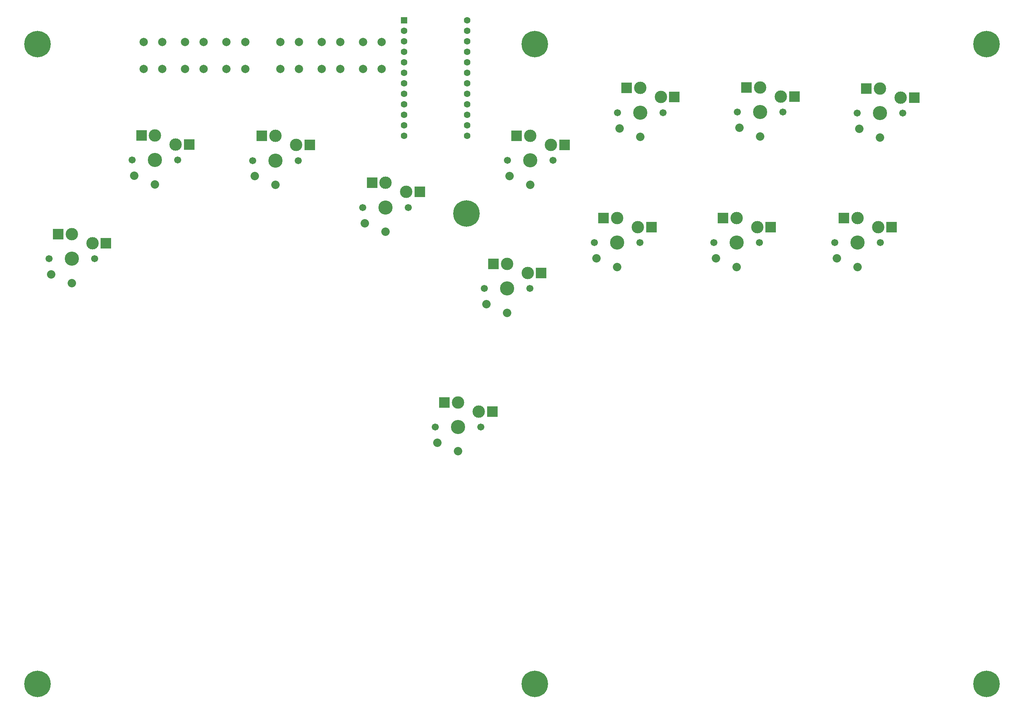
<source format=gbs>
%TF.GenerationSoftware,KiCad,Pcbnew,(6.0.7)*%
%TF.CreationDate,2022-08-15T09:32:31+10:00*%
%TF.ProjectId,Flatbox-rev1_1_goldenratio,466c6174-626f-4782-9d72-6576315f315f,rev?*%
%TF.SameCoordinates,Original*%
%TF.FileFunction,Soldermask,Bot*%
%TF.FilePolarity,Negative*%
%FSLAX46Y46*%
G04 Gerber Fmt 4.6, Leading zero omitted, Abs format (unit mm)*
G04 Created by KiCad (PCBNEW (6.0.7)) date 2022-08-15 09:32:31*
%MOMM*%
%LPD*%
G01*
G04 APERTURE LIST*
%ADD10C,3.429000*%
%ADD11C,1.701800*%
%ADD12C,3.000000*%
%ADD13R,2.600000X2.600000*%
%ADD14C,2.032000*%
%ADD15C,6.400000*%
%ADD16C,2.000000*%
%ADD17R,1.600000X1.600000*%
%ADD18C,1.600000*%
G04 APERTURE END LIST*
D10*
X105680000Y-56210000D03*
D11*
X111180000Y-56210000D03*
D12*
X105680000Y-50260000D03*
X110680000Y-52460000D03*
D11*
X100180000Y-56210000D03*
D13*
X102405000Y-50260000D03*
D14*
X105680000Y-62110000D03*
X100680000Y-60010000D03*
D13*
X113955000Y-52460000D03*
D12*
X137280000Y-63810000D03*
D10*
X132280000Y-67560000D03*
D11*
X126780000Y-67560000D03*
D12*
X132280000Y-61610000D03*
D11*
X137780000Y-67560000D03*
D14*
X132280000Y-73460000D03*
D13*
X129005000Y-61610000D03*
D14*
X127280000Y-71360000D03*
D13*
X140555000Y-63810000D03*
D10*
X149780000Y-120660000D03*
D12*
X154780000Y-116910000D03*
D11*
X144280000Y-120660000D03*
X155280000Y-120660000D03*
D12*
X149780000Y-114710000D03*
D13*
X146505000Y-114710000D03*
D14*
X149780000Y-126560000D03*
D13*
X158055000Y-116910000D03*
D14*
X144780000Y-124460000D03*
D11*
X161720000Y-56150000D03*
X172720000Y-56150000D03*
D10*
X167220000Y-56150000D03*
D12*
X167220000Y-50200000D03*
X172220000Y-52400000D03*
D14*
X167220000Y-62050000D03*
D13*
X163945000Y-50200000D03*
D14*
X162220000Y-59950000D03*
D13*
X175495000Y-52400000D03*
D11*
X199280000Y-44620000D03*
X188280000Y-44620000D03*
D12*
X193780000Y-38670000D03*
D10*
X193780000Y-44620000D03*
D12*
X198780000Y-40870000D03*
D13*
X190505000Y-38670000D03*
D14*
X193780000Y-50520000D03*
D13*
X202055000Y-40870000D03*
D14*
X188780000Y-48420000D03*
D12*
X222750000Y-38550000D03*
D11*
X228250000Y-44500000D03*
D10*
X222750000Y-44500000D03*
D11*
X217250000Y-44500000D03*
D12*
X227750000Y-40750000D03*
D14*
X222750000Y-50400000D03*
D13*
X219475000Y-38550000D03*
D14*
X217750000Y-48300000D03*
D13*
X231025000Y-40750000D03*
D12*
X256720000Y-40990000D03*
X251720000Y-38790000D03*
D11*
X246220000Y-44740000D03*
X257220000Y-44740000D03*
D10*
X251720000Y-44740000D03*
D14*
X251720000Y-50640000D03*
D13*
X248445000Y-38790000D03*
D14*
X246720000Y-48540000D03*
D13*
X259995000Y-40990000D03*
D12*
X161610000Y-81240000D03*
X166610000Y-83440000D03*
D10*
X161610000Y-87190000D03*
D11*
X156110000Y-87190000D03*
X167110000Y-87190000D03*
D13*
X158335000Y-81240000D03*
D14*
X161610000Y-93090000D03*
X156610000Y-90990000D03*
D13*
X169885000Y-83440000D03*
D10*
X188220000Y-76080000D03*
D11*
X193720000Y-76080000D03*
X182720000Y-76080000D03*
D12*
X193220000Y-72330000D03*
X188220000Y-70130000D03*
D14*
X188220000Y-81980000D03*
D13*
X184945000Y-70130000D03*
X196495000Y-72330000D03*
D14*
X183220000Y-79880000D03*
D10*
X217070000Y-76080000D03*
D12*
X217070000Y-70130000D03*
D11*
X211570000Y-76080000D03*
D12*
X222070000Y-72330000D03*
D11*
X222570000Y-76080000D03*
D14*
X217070000Y-81980000D03*
D13*
X213795000Y-70130000D03*
X225345000Y-72330000D03*
D14*
X212070000Y-79880000D03*
D11*
X240780000Y-76080000D03*
D12*
X251280000Y-72330000D03*
D10*
X246280000Y-76080000D03*
D11*
X251780000Y-76080000D03*
D12*
X246280000Y-70130000D03*
D13*
X243005000Y-70130000D03*
D14*
X246280000Y-81980000D03*
D13*
X254555000Y-72330000D03*
D14*
X241280000Y-79880000D03*
D15*
X48220000Y-28040000D03*
X48220000Y-182790000D03*
X277480000Y-182785000D03*
X277480000Y-28035000D03*
D11*
X71085000Y-56090000D03*
X82085000Y-56090000D03*
D12*
X81585000Y-52340000D03*
D10*
X76585000Y-56090000D03*
D12*
X76585000Y-50140000D03*
D14*
X76585000Y-61990000D03*
D13*
X73310000Y-50140000D03*
D14*
X71585000Y-59890000D03*
D13*
X84860000Y-52340000D03*
D15*
X168360000Y-28040000D03*
D16*
X106860000Y-27540000D03*
X106860000Y-34040000D03*
X111360000Y-27540000D03*
X111360000Y-34040000D03*
X83860000Y-34040000D03*
X83860000Y-27540000D03*
X88360000Y-27540000D03*
X88360000Y-34040000D03*
X116860000Y-34040000D03*
X116860000Y-27540000D03*
X121360000Y-27540000D03*
X121360000Y-34040000D03*
X73860000Y-27540000D03*
X73860000Y-34040000D03*
X78360000Y-34040000D03*
X78360000Y-27540000D03*
X93860000Y-27540000D03*
X93860000Y-34040000D03*
X98360000Y-27540000D03*
X98360000Y-34040000D03*
X126860000Y-27540000D03*
X126860000Y-34040000D03*
X131360000Y-27540000D03*
X131360000Y-34040000D03*
D15*
X151860000Y-69040000D03*
X168360000Y-182790000D03*
D17*
X136740000Y-22320000D03*
D18*
X136740000Y-24860000D03*
X136740000Y-27400000D03*
X136740000Y-29940000D03*
X136740000Y-32480000D03*
X136740000Y-35020000D03*
X136740000Y-37560000D03*
X136740000Y-40100000D03*
X136740000Y-42640000D03*
X136740000Y-45180000D03*
X136740000Y-47720000D03*
X136740000Y-50260000D03*
X151980000Y-50260000D03*
X151980000Y-47720000D03*
X151980000Y-45180000D03*
X151980000Y-42640000D03*
X151980000Y-40100000D03*
X151980000Y-37560000D03*
X151980000Y-35020000D03*
X151980000Y-32480000D03*
X151980000Y-29940000D03*
X151980000Y-27400000D03*
X151980000Y-24860000D03*
X151980000Y-22320000D03*
D10*
X56460000Y-79940000D03*
D11*
X50960000Y-79940000D03*
X61960000Y-79940000D03*
D12*
X56460000Y-73990000D03*
X61460000Y-76190000D03*
D13*
X53185000Y-73990000D03*
D14*
X56460000Y-85840000D03*
X51460000Y-83740000D03*
D13*
X64735000Y-76190000D03*
M02*

</source>
